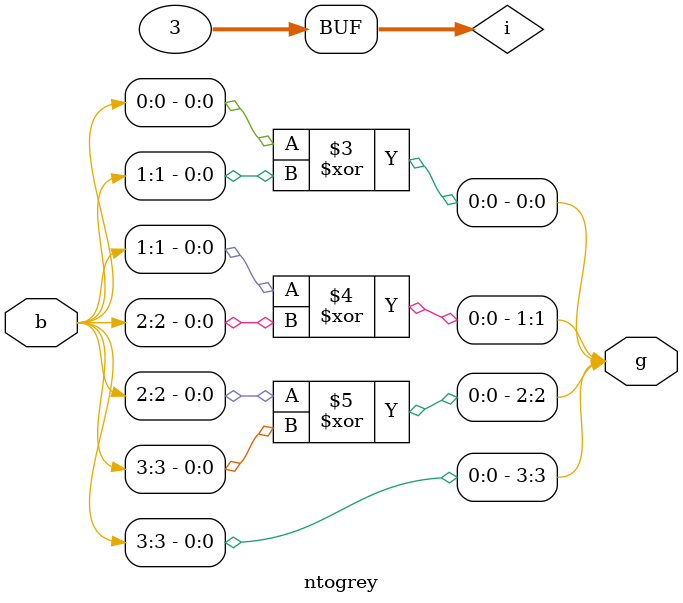
<source format=v>
module ntogrey(b,g);
parameter n=4;
input [n-1:0]b;
output [n-1:0]g;
reg [n-1:0]g;
integer i;
always@(b)
begin
 for(i=0;i<n-1;i=i+1)
 begin
 g[i]=b[i]^b[i+1];
 end
g[n-1]=b[n-1];
end
endmodule

</source>
